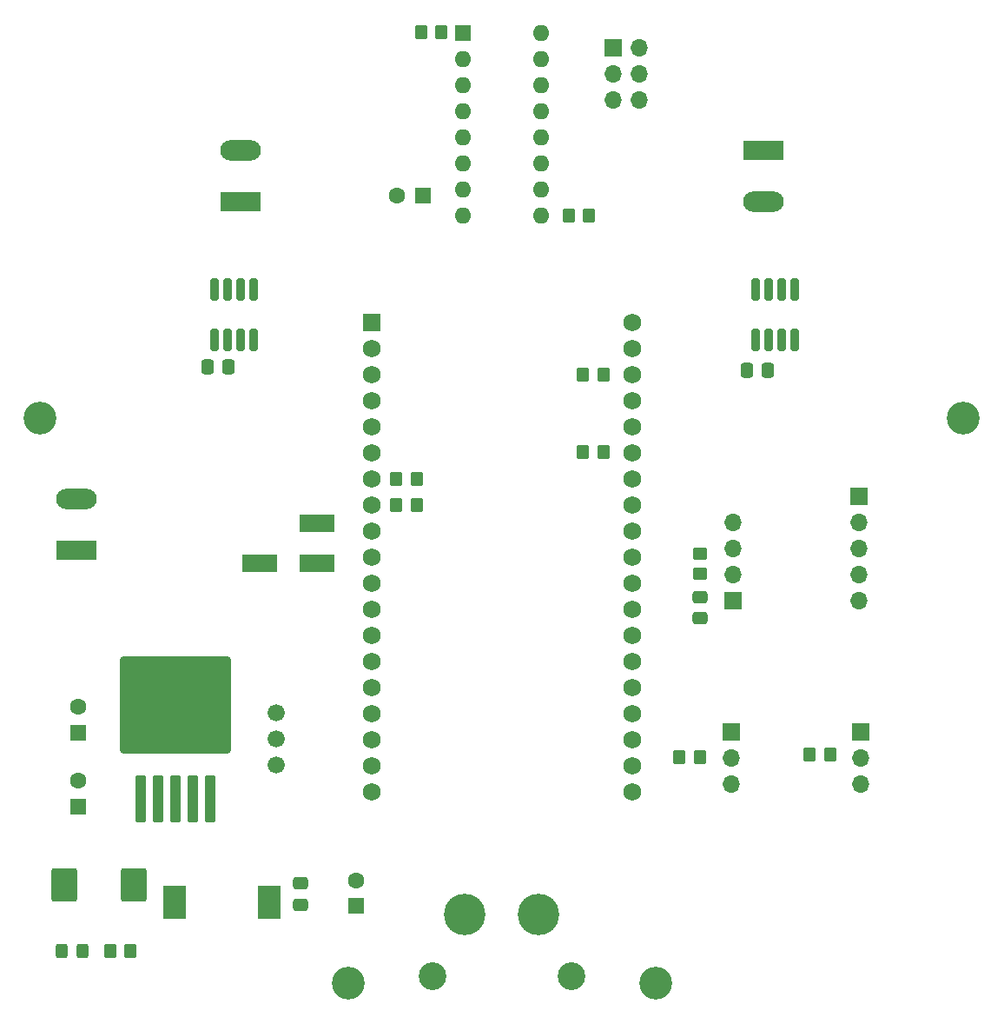
<source format=gts>
G04 #@! TF.GenerationSoftware,KiCad,Pcbnew,(7.0.0)*
G04 #@! TF.CreationDate,2023-09-27T17:19:24+02:00*
G04 #@! TF.ProjectId,Rover_1,526f7665-725f-4312-9e6b-696361645f70,rev?*
G04 #@! TF.SameCoordinates,Original*
G04 #@! TF.FileFunction,Soldermask,Top*
G04 #@! TF.FilePolarity,Negative*
%FSLAX46Y46*%
G04 Gerber Fmt 4.6, Leading zero omitted, Abs format (unit mm)*
G04 Created by KiCad (PCBNEW (7.0.0)) date 2023-09-27 17:19:24*
%MOMM*%
%LPD*%
G01*
G04 APERTURE LIST*
G04 Aperture macros list*
%AMRoundRect*
0 Rectangle with rounded corners*
0 $1 Rounding radius*
0 $2 $3 $4 $5 $6 $7 $8 $9 X,Y pos of 4 corners*
0 Add a 4 corners polygon primitive as box body*
4,1,4,$2,$3,$4,$5,$6,$7,$8,$9,$2,$3,0*
0 Add four circle primitives for the rounded corners*
1,1,$1+$1,$2,$3*
1,1,$1+$1,$4,$5*
1,1,$1+$1,$6,$7*
1,1,$1+$1,$8,$9*
0 Add four rect primitives between the rounded corners*
20,1,$1+$1,$2,$3,$4,$5,0*
20,1,$1+$1,$4,$5,$6,$7,0*
20,1,$1+$1,$6,$7,$8,$9,0*
20,1,$1+$1,$8,$9,$2,$3,0*%
G04 Aperture macros list end*
%ADD10R,1.700000X1.700000*%
%ADD11O,1.700000X1.700000*%
%ADD12R,3.430000X1.780000*%
%ADD13RoundRect,0.144000X-0.258000X0.943000X-0.258000X-0.943000X0.258000X-0.943000X0.258000X0.943000X0*%
%ADD14RoundRect,0.250000X-0.350000X-0.450000X0.350000X-0.450000X0.350000X0.450000X-0.350000X0.450000X0*%
%ADD15RoundRect,0.250000X0.350000X0.450000X-0.350000X0.450000X-0.350000X-0.450000X0.350000X-0.450000X0*%
%ADD16RoundRect,0.250000X0.450000X-0.350000X0.450000X0.350000X-0.450000X0.350000X-0.450000X-0.350000X0*%
%ADD17R,1.600000X1.600000*%
%ADD18C,1.600000*%
%ADD19R,3.960000X1.980000*%
%ADD20O,3.960000X1.980000*%
%ADD21C,3.200000*%
%ADD22C,1.676400*%
%ADD23RoundRect,0.250000X0.337500X0.475000X-0.337500X0.475000X-0.337500X-0.475000X0.337500X-0.475000X0*%
%ADD24RoundRect,0.250000X-0.325000X-0.450000X0.325000X-0.450000X0.325000X0.450000X-0.325000X0.450000X0*%
%ADD25R,2.200000X3.200000*%
%ADD26RoundRect,0.250000X-0.475000X0.337500X-0.475000X-0.337500X0.475000X-0.337500X0.475000X0.337500X0*%
%ADD27RoundRect,0.102000X-0.765000X-0.765000X0.765000X-0.765000X0.765000X0.765000X-0.765000X0.765000X0*%
%ADD28C,1.734000*%
%ADD29RoundRect,0.250000X0.475000X-0.337500X0.475000X0.337500X-0.475000X0.337500X-0.475000X-0.337500X0*%
%ADD30RoundRect,0.250000X0.300000X-2.050000X0.300000X2.050000X-0.300000X2.050000X-0.300000X-2.050000X0*%
%ADD31RoundRect,0.250002X5.149998X-4.449998X5.149998X4.449998X-5.149998X4.449998X-5.149998X-4.449998X0*%
%ADD32O,1.600000X1.600000*%
%ADD33RoundRect,0.250000X-1.000000X1.400000X-1.000000X-1.400000X1.000000X-1.400000X1.000000X1.400000X0*%
%ADD34C,4.050000*%
%ADD35C,2.700000*%
G04 APERTURE END LIST*
D10*
X167399999Y-130504999D03*
D11*
X167399999Y-133044999D03*
X167399999Y-135584999D03*
D12*
X126999999Y-114099999D03*
D13*
X173505000Y-87425000D03*
X172235000Y-87425000D03*
X170965000Y-87425000D03*
X169695000Y-87425000D03*
X169695000Y-92375000D03*
X170965000Y-92375000D03*
X172235000Y-92375000D03*
X173505000Y-92375000D03*
D14*
X151500000Y-80200000D03*
X153500000Y-80200000D03*
D15*
X154900000Y-103300000D03*
X152900000Y-103300000D03*
D16*
X164300000Y-115140000D03*
X164300000Y-113140000D03*
D17*
X103699999Y-130582378D03*
D18*
X103700000Y-128082379D03*
D19*
X170499999Y-73894999D03*
D20*
X170499999Y-78894999D03*
D21*
X190000000Y-100000000D03*
D14*
X162300000Y-132945000D03*
X164300000Y-132945000D03*
D15*
X154900000Y-95700000D03*
X152900000Y-95700000D03*
D17*
X137299999Y-78299999D03*
D18*
X134800000Y-78300000D03*
D22*
X123000000Y-133756000D03*
X123000000Y-131216000D03*
X123000000Y-128676000D03*
D23*
X118337500Y-95000000D03*
X116262500Y-95000000D03*
D24*
X102075000Y-151900000D03*
X104125000Y-151900000D03*
D25*
X113049999Y-147099999D03*
X122349999Y-147099999D03*
D21*
X100000000Y-100000000D03*
D26*
X164300000Y-117402500D03*
X164300000Y-119477500D03*
D10*
X179999999Y-130504999D03*
D11*
X179999999Y-133044999D03*
X179999999Y-135584999D03*
D12*
X126999999Y-110199999D03*
D19*
X103499999Y-112864999D03*
D20*
X103499999Y-107864999D03*
D10*
X167499999Y-117739999D03*
D11*
X167499999Y-115199999D03*
X167499999Y-112659999D03*
X167499999Y-110119999D03*
D27*
X132300000Y-90650000D03*
D28*
X132300000Y-93190000D03*
X132300000Y-95730000D03*
X132300000Y-98270000D03*
X132300000Y-100810000D03*
X132300000Y-103350000D03*
X132300000Y-105890000D03*
X132300000Y-108430000D03*
X132300000Y-110970000D03*
X132300000Y-113510000D03*
X132300000Y-116050000D03*
X132300000Y-118590000D03*
X132300000Y-121130000D03*
X132300000Y-123670000D03*
X132300000Y-126210000D03*
X132300000Y-128750000D03*
X132300000Y-131290000D03*
X132300000Y-133830000D03*
X132300000Y-136370000D03*
X157700000Y-136370000D03*
X157700000Y-133830000D03*
X157700000Y-131290000D03*
X157700000Y-128750000D03*
X157700000Y-126210000D03*
X157700000Y-123670000D03*
X157700000Y-121130000D03*
X157700000Y-118590000D03*
X157700000Y-116050000D03*
X157700000Y-113510000D03*
X157700000Y-110970000D03*
X157700000Y-108430000D03*
X157700000Y-105890000D03*
X157700000Y-103350000D03*
X157700000Y-100810000D03*
X157700000Y-98270000D03*
X157700000Y-95730000D03*
X157700000Y-93190000D03*
X157700000Y-90650000D03*
D29*
X125400000Y-147337500D03*
X125400000Y-145262500D03*
D30*
X109800000Y-137075000D03*
X111500000Y-137075000D03*
X113200000Y-137075000D03*
X114900000Y-137075000D03*
X116600000Y-137075000D03*
D31*
X113200000Y-127925000D03*
D19*
X119499999Y-78894999D03*
D20*
X119499999Y-73894999D03*
D14*
X134700000Y-105900000D03*
X136700000Y-105900000D03*
D21*
X130000000Y-155000000D03*
D17*
X141199999Y-62424999D03*
D32*
X141199999Y-64964999D03*
X141199999Y-67504999D03*
X141199999Y-70044999D03*
X141199999Y-72584999D03*
X141199999Y-75124999D03*
X141199999Y-77664999D03*
X141199999Y-80204999D03*
X148819999Y-80204999D03*
X148819999Y-77664999D03*
X148819999Y-75124999D03*
X148819999Y-72584999D03*
X148819999Y-70044999D03*
X148819999Y-67504999D03*
X148819999Y-64964999D03*
X148819999Y-62424999D03*
D33*
X109100000Y-145400000D03*
X102300000Y-145400000D03*
D15*
X139100000Y-62400000D03*
X137100000Y-62400000D03*
X108800000Y-151900000D03*
X106800000Y-151900000D03*
D10*
X179799999Y-107579999D03*
D11*
X179799999Y-110119999D03*
X179799999Y-112659999D03*
X179799999Y-115199999D03*
X179799999Y-117739999D03*
D14*
X134700000Y-108400000D03*
X136700000Y-108400000D03*
X175000000Y-132760000D03*
X177000000Y-132760000D03*
D17*
X103699999Y-137782378D03*
D18*
X103700000Y-135282379D03*
D10*
X155859999Y-63919999D03*
D11*
X158399999Y-63919999D03*
X155859999Y-66459999D03*
X158399999Y-66459999D03*
X155859999Y-68999999D03*
X158399999Y-68999999D03*
D23*
X170937500Y-95300000D03*
X168862500Y-95300000D03*
D17*
X130799999Y-147499999D03*
D18*
X130800000Y-145000000D03*
D13*
X120805000Y-87425000D03*
X119535000Y-87425000D03*
X118265000Y-87425000D03*
X116995000Y-87425000D03*
X116995000Y-92375000D03*
X118265000Y-92375000D03*
X119535000Y-92375000D03*
X120805000Y-92375000D03*
D34*
X148600000Y-148300000D03*
X141400000Y-148300000D03*
D35*
X138250000Y-154300000D03*
X151750000Y-154300000D03*
D21*
X160000000Y-155000000D03*
D12*
X121399999Y-114099999D03*
M02*

</source>
